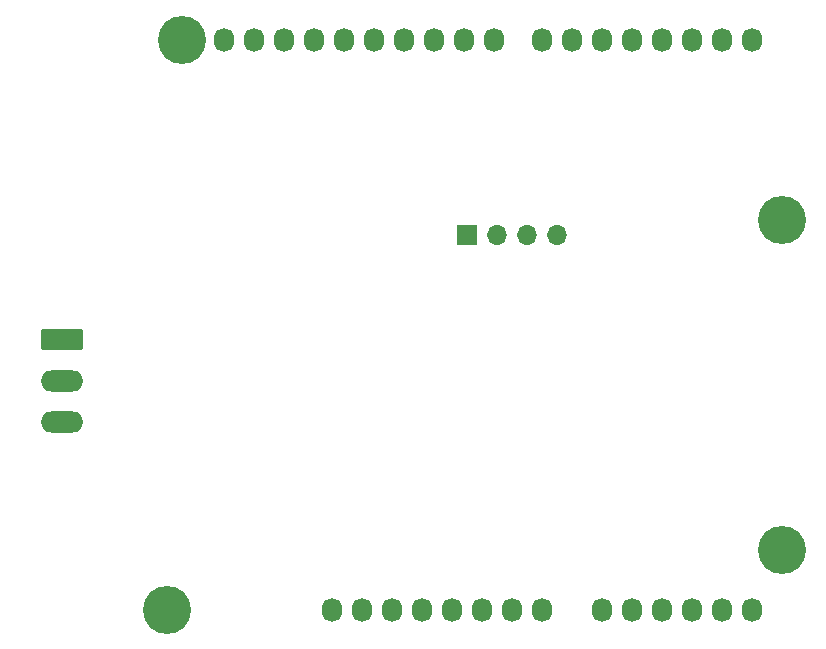
<source format=gbr>
%TF.GenerationSoftware,KiCad,Pcbnew,(5.1.10)-1*%
%TF.CreationDate,2021-10-27T21:18:11-05:00*%
%TF.ProjectId,KVLShield,4b564c53-6869-4656-9c64-2e6b69636164,1.0*%
%TF.SameCoordinates,Original*%
%TF.FileFunction,Soldermask,Bot*%
%TF.FilePolarity,Negative*%
%FSLAX46Y46*%
G04 Gerber Fmt 4.6, Leading zero omitted, Abs format (unit mm)*
G04 Created by KiCad (PCBNEW (5.1.10)-1) date 2021-10-27 21:18:11*
%MOMM*%
%LPD*%
G01*
G04 APERTURE LIST*
%ADD10O,3.600000X1.800000*%
%ADD11O,1.700000X1.700000*%
%ADD12R,1.700000X1.700000*%
%ADD13O,1.727200X2.032000*%
%ADD14C,4.064000*%
G04 APERTURE END LIST*
D10*
%TO.C,J1*%
X116078000Y-107965000D03*
X116078000Y-104465000D03*
G36*
G01*
X114528000Y-100065000D02*
X117628000Y-100065000D01*
G75*
G02*
X117878000Y-100315000I0J-250000D01*
G01*
X117878000Y-101615000D01*
G75*
G02*
X117628000Y-101865000I-250000J0D01*
G01*
X114528000Y-101865000D01*
G75*
G02*
X114278000Y-101615000I0J250000D01*
G01*
X114278000Y-100315000D01*
G75*
G02*
X114528000Y-100065000I250000J0D01*
G01*
G37*
%TD*%
D11*
%TO.C,J2*%
X157988000Y-92075000D03*
X155448000Y-92075000D03*
X152908000Y-92075000D03*
D12*
X150368000Y-92075000D03*
%TD*%
D13*
%TO.C,P1*%
X156718000Y-123825000D03*
X154178000Y-123825000D03*
X151638000Y-123825000D03*
X149098000Y-123825000D03*
X146558000Y-123825000D03*
X144018000Y-123825000D03*
X141478000Y-123825000D03*
X138938000Y-123825000D03*
%TD*%
%TO.C,P2*%
X174498000Y-123825000D03*
X171958000Y-123825000D03*
X169418000Y-123825000D03*
X166878000Y-123825000D03*
X164338000Y-123825000D03*
X161798000Y-123825000D03*
%TD*%
%TO.C,P3*%
X152654000Y-75565000D03*
X150114000Y-75565000D03*
X147574000Y-75565000D03*
X145034000Y-75565000D03*
X142494000Y-75565000D03*
X139954000Y-75565000D03*
X137414000Y-75565000D03*
X134874000Y-75565000D03*
X132334000Y-75565000D03*
X129794000Y-75565000D03*
%TD*%
%TO.C,P4*%
X174498000Y-75565000D03*
X171958000Y-75565000D03*
X169418000Y-75565000D03*
X166878000Y-75565000D03*
X164338000Y-75565000D03*
X161798000Y-75565000D03*
X159258000Y-75565000D03*
X156718000Y-75565000D03*
%TD*%
D14*
%TO.C,P5*%
X124968000Y-123825000D03*
%TD*%
%TO.C,P6*%
X177038000Y-118745000D03*
%TD*%
%TO.C,P7*%
X126238000Y-75565000D03*
%TD*%
%TO.C,P8*%
X177038000Y-90805000D03*
%TD*%
M02*

</source>
